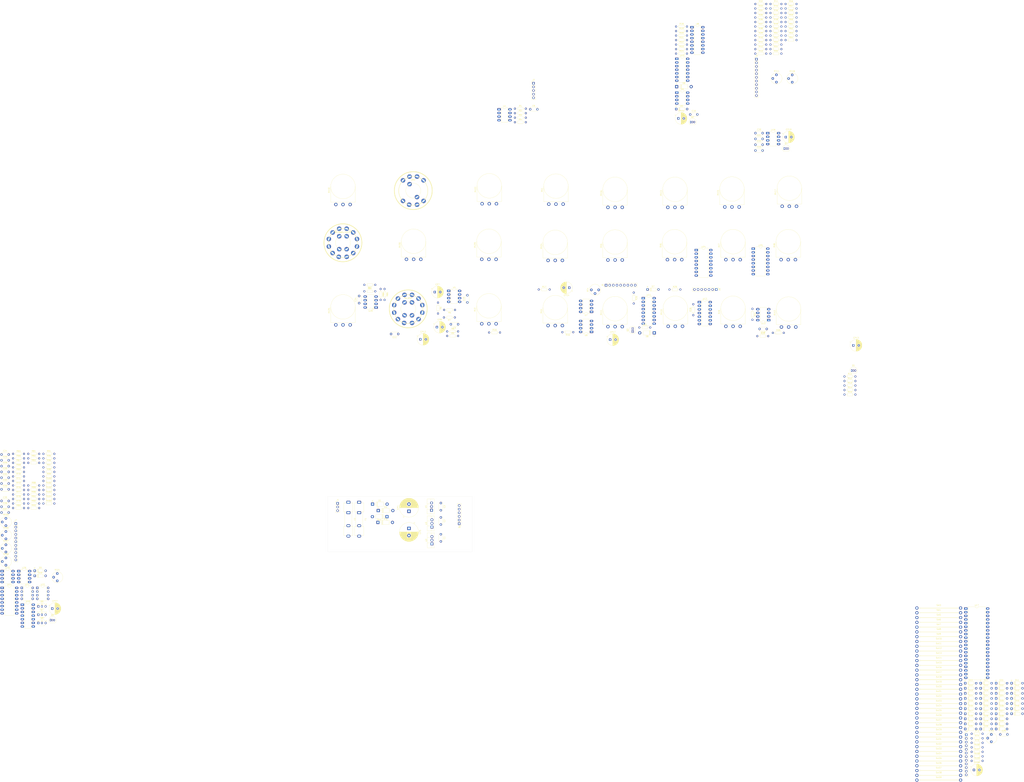
<source format=kicad_pcb>
(kicad_pcb (version 20241229) (generator "pcbnew") (generator_version "9.0")
  (layers (0 "F.Cu" signal) (2 "B.Cu" signal) (13 "F.Paste" user) (15 "B.Paste" user) (5 "F.SilkS" user "F.Silkscreen") (7 "B.SilkS" user "B.Silkscreen") (1 "F.Mask" user) (3 "B.Mask" user) (25 "Edge.Cuts" user))
  (net 0 "")
  (net 1 "GND")
  (net 2 "+12V")
  (net 3 "+5V")
  (net 4 "-12V")
  (net 5 "Net-(U4B--)")
  (net 6 "/LFO/LFO_OUT")
  (net 7 "Net-(C9-Pad1)")
  (net 8 "Net-(C10-Pad1)")
  (net 9 "/Noise/PINK")
  (net 10 "Net-(C16-Pad2)")
  (net 11 "Net-(C18-Pad2)")
  (net 12 "Net-(C20-Pad1)")
  (net 13 "Net-(C21-Pad1)")
  (net 14 "Net-(C22-Pad1)")
  (net 15 "Net-(C23-Pad1)")
  (net 16 "Net-(U14A-RCext)")
  (net 17 "Net-(U14A-Cext)")
  (net 18 "Net-(U14B-Cext)")
  (net 19 "Net-(U14B-RCext)")
  (net 20 "Net-(U14B-~{Q})")
  (net 21 "Net-(Q5-B)")
  (net 22 "Net-(U17-Vreg)")
  (net 23 "Net-(U10B-C)")
  (net 24 "Net-(U10A-S)")
  (net 25 "Net-(U10B-Q)")
  (net 26 "Net-(U10A-R)")
  (net 27 "/VCF/FROM_VCO")
  (net 28 "Net-(U16A-+)")
  (net 29 "Net-(U20--)")
  (net 30 "Net-(Q8-B)")
  (net 31 "Net-(U10A-~{Q})")
  (net 32 "Net-(Q7-C)")
  (net 33 "Net-(U21-BAL)")
  (net 34 "Net-(U21-C{slash}B)")
  (net 35 "Net-(D1-A)")
  (net 36 "+15V")
  (net 37 "Net-(CP8-Pad1)")
  (net 38 "Net-(CP12-Pad1)")
  (net 39 "Net-(CP12-Pad2)")
  (net 40 "/VCA/AUDIO_IN")
  (net 41 "Net-(CP13-Pad1)")
  (net 42 "Net-(CP14-Pad2)")
  (net 43 "/VCA/OUT")
  (net 44 "Net-(D6-A)")
  (net 45 "Net-(D8-A)")
  (net 46 "/Noise/NOISE_OUT")
  (net 47 "Net-(U24A-+)")
  (net 48 "Net-(D9-A)")
  (net 49 "Net-(U17-RESET)")
  (net 50 "/Keyboard/11V")
  (net 51 "Net-(D1-K)")
  (net 52 "Net-(D3-A)")
  (net 53 "/Keyboard/GATE")
  (net 54 "Net-(D5-K)")
  (net 55 "Net-(D7-K)")
  (net 56 "/VCO/PULSE")
  (net 57 "/Keyboard/~F12")
  (net 58 "Net-(D11-A)")
  (net 59 "/Keyboard/~F11")
  (net 60 "Net-(D12-A)")
  (net 61 "Net-(D13-A)")
  (net 62 "/Keyboard/~F10")
  (net 63 "Net-(D14-A)")
  (net 64 "/Keyboard/~F9")
  (net 65 "Net-(D15-A)")
  (net 66 "/Keyboard/~F8")
  (net 67 "/Keyboard/~F7")
  (net 68 "Net-(D16-A)")
  (net 69 "/Keyboard/~F6")
  (net 70 "Net-(D17-A)")
  (net 71 "Net-(D18-A)")
  (net 72 "/Keyboard/~F5")
  (net 73 "Net-(D19-A)")
  (net 74 "/Keyboard/~F4")
  (net 75 "Net-(D20-A)")
  (net 76 "/Keyboard/~F3")
  (net 77 "Net-(D21-A)")
  (net 78 "/Keyboard/~F2")
  (net 79 "/Keyboard/~F1")
  (net 80 "Net-(D22-A)")
  (net 81 "Net-(D23-A)")
  (net 82 "Net-(D24-A)")
  (net 83 "Net-(D25-A)")
  (net 84 "Net-(D26-A)")
  (net 85 "Net-(D27-A)")
  (net 86 "Net-(D28-A)")
  (net 87 "Net-(D29-A)")
  (net 88 "Net-(D30-A)")
  (net 89 "Net-(D31-A)")
  (net 90 "Net-(D32-A)")
  (net 91 "Net-(D33-A)")
  (net 92 "Net-(D34-A)")
  (net 93 "Net-(D35-A)")
  (net 94 "Net-(D36-A)")
  (net 95 "Net-(D37-A)")
  (net 96 "Net-(D38-A)")
  (net 97 "Net-(D39-A)")
  (net 98 "Net-(D40-A)")
  (net 99 "Net-(D41-A)")
  (net 100 "Net-(D42-A)")
  (net 101 "Net-(D43-A)")
  (net 102 "Net-(D44-A)")
  (net 103 "Net-(D45-A)")
  (net 104 "Net-(D46-A)")
  (net 105 "Net-(D47-A)")
  (net 106 "Net-(J1-Pin_1)")
  (net 107 "Net-(J1-Pin_3)")
  (net 108 "/Keyboard/2'")
  (net 109 "/Keyboard/CLOCK")
  (net 111 "/Keyboard/GLIDE")
  (net 112 "/Keyboard/4'")
  (net 113 "/Keyboard/DC")
  (net 114 "/Keyboard/8'")
  (net 115 "/Keyboard/16'")
  (net 116 "/Keyboard/TRIGGER")
  (net 117 "/VCF/GATE")
  (net 118 "/VCF/+15V")
  (net 119 "/VCF/+5V")
  (net 120 "/VCF/TRIGGER")
  (net 121 "Net-(Q1-C)")
  (net 122 "Net-(Q1-E)")
  (net 123 "Net-(Q2-B)")
  (net 124 "Net-(Q3-B)")
  (net 125 "Net-(Q4-C)")
  (net 126 "Net-(Q4-B)")
  (net 127 "Net-(Q4-E)")
  (net 128 "Net-(Q6-E)")
  (net 129 "Net-(Q7-E)")
  (net 130 "Net-(U4A-+)")
  (net 131 "Net-(R1-Pad2)")
  (net 132 "Net-(R2-Pad2)")
  (net 133 "Net-(U5-OUT_{OUT})")
  (net 134 "/Noise/WHITE")
  (net 135 "Net-(R10-Pad1)")
  (net 136 "Net-(R11-Pad1)")
  (net 137 "Net-(U6--)")
  (net 138 "Net-(U6-+)")
  (net 139 "/VCA/VCA_ENV_IN")
  (net 140 "Net-(U7--)")
  (net 141 "Net-(R16-Pad2)")
  (net 142 "Net-(R17-Pad1)")
  (net 143 "Net-(R20-Pad1)")
  (net 144 "Net-(R20-Pad2)")
  (net 145 "Net-(R21-Pad2)")
  (net 146 "Net-(R21-Pad1)")
  (net 147 "Net-(R22-Pad2)")
  (net 148 "Net-(R23-Pad2)")
  (net 149 "Net-(R23-Pad1)")
  (net 150 "Net-(U9B-+)")
  (net 151 "Net-(R25-Pad2)")
  (net 152 "Net-(R28-Pad1)")
  (net 153 "Net-(R28-Pad2)")
  (net 154 "Net-(R29-Pad2)")
  (net 155 "Net-(R29-Pad1)")
  (net 156 "Net-(R30-Pad2)")
  (net 157 "Net-(R30-Pad1)")
  (net 158 "Net-(U13B-+)")
  (net 159 "Net-(U24A--)")
  (net 160 "Net-(U24C--)")
  (net 161 "Net-(R34-Pad1)")
  (net 162 "Net-(R35-Pad1)")
  (net 163 "Net-(U24C-+)")
  (net 164 "Net-(U25A-+)")
  (net 165 "Net-(R40-Pad1)")
  (net 166 "Net-(U25C-+)")
  (net 167 "Net-(U25C--)")
  (net 168 "Net-(U25A--)")
  (net 169 "Net-(R52-Pad1)")
  (net 170 "Net-(U19A--)")
  (net 171 "Net-(R54-Pad1)")
  (net 172 "Net-(U19B-+)")
  (net 173 "Net-(R55-Pad2)")
  (net 174 "Net-(U19B--)")
  (net 175 "Net-(U19A-+)")
  (net 176 "Net-(R60-Pad2)")
  (net 177 "Net-(R61-Pad1)")
  (net 178 "Net-(R63-Pad1)")
  (net 179 "Net-(R64-Pad1)")
  (net 180 "Net-(R67-Pad1)")
  (net 181 "Net-(R68-Pad2)")
  (net 182 "Net-(R69-Pad2)")
  (net 183 "Net-(R80-Pad2)")
  (net 184 "Net-(U16B--)")
  (net 185 "Net-(U16B-+)")
  (net 186 "Net-(U20-+)")
  (net 187 "Net-(R87-Pad2)")
  (net 188 "Net-(R88-Pad1)")
  (net 189 "Net-(U10B-D)")
  (net 190 "/VCO/SQR")
  (net 191 "Net-(R92-Pad2)")
  (net 192 "Net-(R92-Pad1)")
  (net 193 "Net-(U21--)")
  (net 194 "Net-(R94-Pad1)")
  (net 195 "Net-(R95-Pad1)")
  (net 196 "Net-(R96-Pad2)")
  (net 197 "Net-(U22-+)")
  (net 198 "/VCO/SAW")
  (net 199 "Net-(R99-Pad1)")
  (net 200 "Net-(U22--)")
  (net 201 "Net-(R100-Pad1)")
  (net 202 "Net-(R100-Pad2)")
  (net 203 "Net-(U26--)")
  (net 204 "Net-(U26-+)")
  (net 205 "Net-(R103-Pad1)")
  (net 206 "Net-(R104-Pad1)")
  (net 207 "Net-(R105-Pad2)")
  (net 208 "/Keyboard/~B2")
  (net 209 "/Keyboard/~B3")
  (net 210 "/Keyboard/~B4")
  (net 211 "/Keyboard/~B5")
  (net 212 "Net-(RT20-Pad1)")
  (net 216 "Net-(RV6-Pad1)")
  (net 219 "Net-(RV10-Pad1)")
  (net 223 "/VCF/VCF_ENV_INPUT")
  (net 224 "Net-(RV24-Pad1)")
  (net 225 "/Noise/OFF")
  (net 236 "Net-(U15-Pad12)")
  (net 237 "Net-(U8-Pad3)")
  (net 238 "Net-(U15-Pad13)")
  (net 239 "Net-(U8-Pad1)")
  (net 243 "Net-(U11-Pad2)")
  (net 244 "Net-(U11-Pad10)")
  (net 245 "Net-(U11-Pad3)")
  (net 246 "Net-(U11-Pad1)")
  (net 249 "Net-(U14A-~{A})")
  (net 252 "Net-(U14A-Q)")
  (net 277 "Net-(RT14-Pad2)")
  (net 280 "/Noise/GLIDE")
  (footprint "Resistor_THT:R_Axial_DIN0204_L3.6mm_D1.6mm_P7.62mm_Horizontal" (layer "F.Cu") (at -207.065 34.12)
    (property "Reference" "R76")
    (property "Value" "4K7")
  )
  (footprint "Capacitor_THT:CP_Radial_D8.0mm_P3.80mm" (layer "F.Cu") (at 256.844698 -225.14)
    (property "Reference" "CP15")
    (property "Value" "47uF")
  )
  (footprint "Potentiometer_THT:Potentiometer_Omeg_PC16BU_Vertical" (layer "F.Cu") (at 176 -80.585 90)
    (property "Reference" "RV3")
    (property "Value" "10KA")
  )
  (footprint "PCM_Jumper_AKL:Jumper_P30.48mm_D1.2mm" (layer "F.Cu") (at 423.183 213.227)
    (property "Reference" "SW32")
    (property "Value" "SW_SPST" (hide yes))
  )
  (footprint "Diode_THT:D_DO-41_SOD81_P10.16mm_Horizontal" (layer "F.Cu") (at 43.59 44)
    (property "Reference" "D1")
    (property "Value" "1N4003")
  )
  (footprint "Connector_PinHeader_2.54mm:PinHeader_1x07_P2.54mm_Vertical" (layer "F.Cu") (at 283.29 -105.75 -90)
    (property "Reference" "J9")
    (property "Value" "Conn_01x07_Pin")
  )
  (footprint "Potentiometer_THT:Potentiometer_Omeg_PC16BU_Vertical" (layer "F.Cu") (at 217.75 -163.085 90)
    (property "Reference" "RV16")
    (property "Value" "100kB")
  )
  (footprint "Resistor_THT:R_Axial_DIN0204_L3.6mm_D1.6mm_P7.62mm_Horizontal" (layer "F.Cu") (at 310.5 -298.7)
    (property "Reference" "R34")
    (property "Value" "10K")
  )
  (footprint "Resistor_THT:R_Axial_DIN0204_L3.6mm_D1.6mm_P7.62mm_Horizontal" (layer "F.Cu") (at 142.88 -222.5)
    (property "Reference" "R4")
    (property "Value" "15K")
  )
  (footprint "Capacitor_THT:C_Disc_D5.0mm_W2.5mm_P5.00mm" (layer "F.Cu") (at 318.5 -78.25 180)
    (property "Reference" "C18")
    (property "Value" "2.2uF")
  )
  (footprint "Resistor_THT:R_Axial_DIN0204_L3.6mm_D1.6mm_P7.62mm_Horizontal" (layer "F.Cu") (at 321.07 -295.55)
    (property "Reference" "R47")
    (property "Value" "100K")
  )
  (footprint "Resistor_THT:R_Axial_DIN0204_L3.6mm_D1.6mm_P7.62mm_Horizontal" (layer "F.Cu") (at 159.5 -105.75)
    (property "Reference" "R17")
    (property "Value" "10K")
  )
  (footprint "Resistor_THT:R_Axial_DIN0204_L3.6mm_D1.6mm_P7.62mm_Horizontal" (layer "F.Cu") (at -207.065 8.92)
    (property "Reference" "R65")
    (property "Value" "560R")
  )
  (footprint "Resistor_THT:R_Axial_DIN0204_L3.6mm_D1.6mm_P7.62mm_Horizontal" (layer "F.Cu") (at 331.64 -292.4)
    (property "Reference" "R60")
    (property "Value" "150K")
  )
  (footprint "Resistor_THT:R_Axial_DIN0204_L3.6mm_D1.6mm_P7.62mm_Horizontal" (layer "F.Cu") (at -207.065 15.22)
    (property "Reference" "R67")
    (property "Value" "47K")
  )
  (footprint "Resistor_THT:R_Axial_DIN0204_L3.6mm_D1.6mm_P7.62mm_Horizontal" (layer "F.Cu") (at 331.64 -295.55)
    (property "Reference" "R59")
    (property "Value" "1k")
  )
  (footprint "Connector_PinHeader_2.54mm:PinHeader_1x03_P2.54mm_Vertical" (layer "F.Cu") (at 19.25 43.46)
    (property "Reference" "J1")
    (property "Value" "Conn_01x03_Pin")
  )
  (footprint "PCM_Jumper_AKL:Jumper_P30.48mm_D1.2mm" (layer "F.Cu") (at 423.183 139.835)
    (property "Reference" "SW10")
    (property "Value" "SW_SPST" (hide yes))
  )
  (footprint "Package_DIP:DIP-14_W7.62mm_LongPads" (layer "F.Cu") (at 255.75 -266.72)
    (property "Reference" "U15")
    (property "Value" "4066")
  )
  (footprint "Potentiometer_THT:Potentiometer_Omeg_PC16BU_Vertical" (layer "F.Cu") (at 338.5 -126.585 90)
    (property "Reference" "RV8")
    (property "Value" "2M2B")
  )
  (footprint "PCM_Jumper_AKL:Jumper_P30.48mm_D1.2mm" (layer "F.Cu") (at 423.183 169.859)
    (property "Reference" "SW19")
    (property "Value" "SW_SPST" (hide yes))
  )
  (footprint "Resistor_THT:R_Axial_DIN0204_L3.6mm_D1.6mm_P7.62mm_Horizontal" (layer "F.Cu") (at -207.065 27.82)
    (property "Reference" "R71")
    (property "Value" "4K7")
  )
  (footprint "Potentiometer_THT:Potentiometer_Omeg_PC16BU_Vertical" (layer "F.Cu") (at 299.25 -163.335 90)
    (property "Reference" "RV15")
    (property "Value" "100kA")
  )
  (footprint "Resistor_THT:R_Axial_DIN0204_L3.6mm_D1.6mm_P7.62mm_Horizontal" (layer "F.Cu") (at 310.5 -286.1)
    (property "Reference" "R38")
    (property "Value" "100k")
  )
  (footprint "Resistor_THT:R_Axial_DIN0204_L3.6mm_D1.6mm_P7.62mm_Horizontal" (layer "F.Cu") (at 225.75 -103.62 -90)
    (property "Reference" "R26")
    (property "Value" "4K7")
  )
  (footprint "PCM_Jumper_AKL:Jumper_P30.48mm_D1.2mm" (layer "F.Cu") (at 423.183 116.483)
    (property "Reference" "SW3")
    (property "Value" "SW_SPST" (hide yes))
  )
  (footprint "Resistor_THT:R_Axial_DIN0204_L3.6mm_D1.6mm_P7.62mm_Horizontal" (layer "F.Cu") (at 255.25 -279.8)
    (property "Reference" "R21")
    (property "Value" "1K")
  )
  (footprint "Resistor_THT:R_Axial_DIN0204_L3.6mm_D1.6mm_P7.62mm_Horizontal" (layer "F.Cu") (at 321.07 -305)
    (property "Reference" "R44")
    (property "Value" "100K")
  )
  (footprint "Capacitor_THT:C_Disc_D5.0mm_W2.5mm_P5.00mm" (layer "F.Cu") (at 310.6 -206.79)
    (property "Reference" "C22")
    (property "Value" "220pF")
  )
  (footprint "PCM_Jumper_AKL:Jumper_P30.48mm_D1.2mm" (layer "F.Cu") (at 423.183 179.867)
    (property "Reference" "SW22")
    (property "Value" "SW_SPST" (hide yes))
  )
  (footprint "Resistor_THT:R_Axial_DIN0204_L3.6mm_D1.6mm_P7.62mm_Horizontal" (layer "F.Cu") (at 310.5 -276.65)
    (property "Reference" "R41")
    (property "Value" "100k")
  )
  (footprint "Capacitor_THT:C_Disc_D5.0mm_W2.5mm_P5.00mm" (layer "F.Cu") (at -215.115 45.82)
    (property "Reference" "C36")
    (property "Value" "0.1uF")
  )
  (footprint "Resistor_THT:R_Axial_DIN0204_L3.6mm_D1.6mm_P7.62mm_Horizontal" (layer "F.Cu") (at 95.63 -76.5)
    (property "Reference" "R8")
    (property "Value" "330R")
  )
  (footprint "Fuse:Fuseholder_Clip-5x20mm_Keystone_3512_Inline_P23.62x7.27mm_D1.02x1.57mm_Horizontal" (layer "F.Cu") (at 26.75 42.69 -90)
    (property "Reference" "F2")
    (property "Value" "Fuse")
  )
  (footprint "Capacitor_THT:C_Disc_D5.0mm_W2.5mm_P5.00mm" (layer "F.Cu") (at 310.6 -210.84)
    (property "Reference" "C21")
    (property "Value" "220pF")
  )
  (footprint "Capacitor_THT:C_Disc_D5.0mm_W2.5mm_P5.00mm" (layer "F.Cu") (at 153.55 -231.5)
    (property "Reference" "C6")
    (property "Value" "C")
  )
  (footprint "Capacitor_THT:CP_Radial_D8.0mm_P3.80mm" (layer "F.Cu") (at -179.780302 116.89)
    (property "Reference" "CP27")
    (property "Value" "22uF")
  )
  (footprint "PCM_Jumper_AKL:Jumper_P30.48mm_D1.2mm" (layer "F.Cu") (at 423.183 199.883)
    (property "Reference" "SW28")
    (property "Value" "SW_SPST" (hide yes))
  )
  (footprint "Capacitor_THT:C_Disc_D5.0mm_W2.5mm_P5.00mm" (layer "F.Cu") (at -215.115 13.42)
    (property "Reference" "C25")
    (property "Value" "22pF")
  )
  (footprint "Diode_THT:D_DO-35_SOD27_P7.62mm_Horizontal" (layer "F.Cu") (at 489.21 176.05)
    (property "Reference" "D43")
    (property "Value" "1N4148")
  )
  (footprint "Resistor_THT:R_Axial_DIN0204_L3.6mm_D1.6mm_P7.62mm_Horizontal" (layer "F.Cu") (at -196.495 30.97)
    (property "Reference" "R88")
    (property "Value" "680R")
  )
  (footprint "Resistor_THT:R_Axial_DIN0204_L3.6mm_D1.6mm_P7.62mm_Horizontal" (layer "F.Cu") (at 183.56 -76 180)
    (property "Reference" "R16")
    (property "Value" "10K")
  )
  (footprint "Resistor_THT:R_Axial_DIN0204_L3.6mm_D1.6mm_P7.62mm_Horizontal" (layer "F.Cu") (at 250.63 -105.75)
    (property "Reference" "R29")
    (property "Value" "1K")
  )
  (footprint "Capacitor_THT:CP_Radial_D8.0mm_P3.80mm" (layer "F.Cu") (at 462.984698 229.5)
    (property "Reference" "CP28")
    (property "Value" "4.7uF")
  )
  (footprint "Resistor_THT:R_Axial_DIN0204_L3.6mm_D1.6mm_P7.62mm_Horizontal" (layer "F.Cu") (at -196.495 15.22)
    (property "Reference" "R83")
    (property "Value" "1M")
  )
  (footprint "Resistor_THT:R_Axial_DIN0204_L3.6mm_D1.6mm_P7.62mm_Horizontal" (layer "F.Cu") (at 52 -106.12 -90)
    (property "Reference" "R85")
    (property "Value" "100K")
  )
  (footprint "Resistor_THT:R_Axial_DIN0204_L3.6mm_D1.6mm_P7.62mm_Horizontal" (layer "F.Cu") (at 267.25 -87.88 90)
    (property "Reference" "R28")
    (property "Value" "1K")
  )
  (footprint "Resistor_THT:R_Axial_DIN0204_L3.6mm_D1.6mm_P7.62mm_Horizontal" (layer "F.Cu") (at -207.065 21.52)
    (property "Reference" "R69")
    (property "Value" "100K")
  )
  (footprint "Resistor_THT:R_Axial_DIN0204_L3.6mm_D1.6mm_P7.62mm_Horizontal" (layer "F.Cu") (at -185.925 21.52)
    (property "Reference" "R98")
    (property "Value" "22K")
  )
  (footprint "Resistor_THT:R_Axial_DIN0204_L3.6mm_D1.6mm_P7.62mm_Horizontal" (layer "F.Cu") (at 461.39 207.4)
    (property "Reference" "R74")
    (property "Value" "100R")
  )
  (footprint "PCM_Jumper_AKL:Jumper_P30.48mm_D1.2mm" (layer "F.Cu") (at 423.183 149.843)
    (property "Reference" "SW13")
    (property "Value" "SW_SPST" (hide yes))
  )
  (footprint "Resistor_THT:R_Axial_DIN0204_L3.6mm_D1.6mm_P7.62mm_Horizontal" (layer "F.Cu") (at 310.5 -292.4)
    (property "Reference" "R36")
    (property "Value" "220R")
  )
  (footprint "Resistor_THT:R_Axial_DIN0204_L3.6mm_D1.6mm_P7.62mm_Horizontal" (layer "F.Cu") (at 310.5 -270.35)
    (property "Reference" "R43")
    (property "Value" "220R")
  )
  (footprint "Package_DIP:DIP-16_W10.16mm_LongPads" (layer "F.Cu") (at -214.705 102.45)
    (property "Reference" "U14")
    (property "Value" "74LS221")
  )
  (footprint "Resistor_THT:R_Axial_DIN0204_L3.6mm_D1.6mm_P7.62mm_Horizontal" (layer "F.Cu") (at 229.63 -79.25)
    (property "Reference" "R27")
    (property "Value" "10K")
  )
  (footprint "Resistor_THT:R_Axial_DIN0204_L3.6mm_D1.6mm_P7.62mm_Horizontal" (layer "F.Cu") (at 461.39 216.85)
    (property "Reference" "R107")
    (property "Value" "5K6")
  )
  (footprint "Resistor_THT:R_Axial_DIN0204_L3.6mm_D1.6mm_P7.62mm_Horizontal" (layer "F.Cu") (at -207.065 46.72)
    (property "Reference" "R80")
    (property "Value" "47K")
  )
  (footprint "Resistor_THT:R_Axial_DIN0204_L3.6mm_D1.6mm_P7.62mm_Horizontal" (layer "F.Cu") (at 95.63 -73.35)
    (property "Reference" "R9")
    (property "Value" "1K")
  )
  (footprint "Potentiometer_THT:Potentiometer_Omeg_PC16BU_Vertical" (layer "F.Cu") (at 259.5 -163.085 90)
    (property "Reference" "RV13")
    (property "Value" "10kA")
  )
  (footprint "Package_TO_SOT_THT:TO-92_Inline" (layer "F.Cu") (at 330.73 -204.11)
    (property "Reference" "Q4")
    (property "Value" "BC307")
  )
  (footprint "Resistor_THT:R_Axial_DIN0204_L3.6mm_D1.6mm_P7.62mm_Horizontal" (layer "F.Cu") (at 331.64 -289.25)
    (property "Reference" "R61")
    (property "Value" "220K")
  )
  (footprint "Resistor_THT:R_Axial_DIN0204_L3.6mm_D1.6mm_P7.62mm_Horizontal" (layer "F.Cu") (at 331.64 -305)
    (property "Reference" "R56")
    (property "Value" "22k")
  )
  (footprint "Resistor_THT:R_Axial_DIN0204_L3.6mm_D1.6mm_P7.62mm_Horizontal" (layer "F.Cu") (at -196.495 37.27)
    (property "Reference" "R90")
    (property "Value" "10K")
  )
  (footprint "Resistor_THT:R_Axial_DIN0204_L3.6mm_D1.6mm_P7.62mm_Horizontal" (layer "F.Cu") (at -196.495 43.57)
    (property "Reference" "R92")
    (property "Value" "1K2")
  )
  (footprint "Diode_THT:D_DO-35_SOD27_P7.62mm_Horizontal" (layer "F.Cu") (at 456.9 168.95)
    (property "Reference" "D11")
    (property "Value" "1N4148")
  )
  (footprint "Capacitor_THT:CP_Radial_D8.0mm_P3.80mm" (layer "F.Cu") (at 88.5 -79.5)
    (property "Reference" "CP8")
    (property "Value" "1uF")
  )
  (footprint "Resistor_THT:R_Axial_DIN0204_L3.6mm_D1.6mm_P7.62mm_Horizontal" (layer "F.Cu") (at 321.07 -270.35)
    (property "Reference" "R55")
    (property "Value" "100k")
  )
  (footprint "Resistor_THT:R_Axial_DIN0204_L3.6mm_D1.6mm_P7.62mm_Horizontal" (layer "F.Cu") (at -196.495 8.92)
    (property "Reference" "R81")
    (property "Value" "100K")
  )
  (footprint "Resistor_THT:R_Axial_DIN0204_L3.6mm_D1.6mm_P7.62mm_Horizontal" (layer "F.Cu") (at -207.065 30.97)
    (property "Reference" "R72")
    (property "Value" "5K6")
  )
  (footprint "PCM_Jumper_AKL:Jumper_P30.48mm_D1.2mm" (layer "F.Cu") (at 423.183 156.515)
    (property "Reference" "SW15")
    (property "Value" "SW_SPST" (hide yes))
  )
  (footprint "Potentiometer_THT:Potentiometer_Omeg_PC16BU_Vertical" (layer "F.Cu") (at 259.25 -126.585 90)
    (property "Reference" "RV6")
    (property "Value" "2M2B")
  )
  (footprint "Resistor_THT:R_Axial_DIN0204_L3.6mm_D1.6mm_P7.62mm_Horizontal" (layer "F.Cu") (at 372.68 -38.76)
    (property "Reference" "R13")
    (property "Value" "1K")
  )
  (footprint "Diode_THT:D_DO-35_SOD27_P7.62mm_Horizontal" (layer "F.Cu") (at 478.44 183.15)
    (property "Reference" "D35")
    (property "Value" "1N4148")
  )
  (footprint "Potentiometer_THT:Potentiometer_Bourns_3339P_Vertical_HandSoldering" (layer "F.Cu") (at -212.065 68.22)
    (property "Reference" "RT26")
    (property "Value" "4K7")
  )
  (footprint "Resistor_THT:R_Axial_DIN0204_L3.6mm_D1.6mm_P7.62mm_Horizontal" (layer "F.Cu") (at 37.88 -104.5)
    (property "Reference" "R84")
    (property "Value" "10K")
  )
  (footprint "Connector_PinHeader_2.54mm:PinHeader_1x09_P2.54mm_Vertical" (layer "F.Cu") (at 206.43 -108.75 90)
    (property "Reference" "J5")
    (property "Value" "Conn_01x09_Pin")
  )
  (footprint "Capacitor_THT:CP_Radial_D13.0mm_P5.00mm" (layer "F.Cu") (at 69 60.934785 -90)
    (property "Reference" "CP5")
    (property "Value" "1000uF / 25V")
  )
  (footprint "Capacitor_THT:C_Disc_D5.0mm_W2.5mm_P5.00mm" (layer "F.Cu") (at -215.115 21.52)
    (property "Reference" "C30")
    (property "Value" "100pF")
  )
  (footprint "Diode_THT:D_DO-35_SOD27_P7.62mm_Horizontal" (layer "F.Cu") (at 467.67 190.25)
    (property "Reference" "D27")
    (property "Value" "1N4148")
  )
  (footprint "Resistor_THT:R_Axial_DIN0204_L3.6mm_D1.6mm_P7.62mm_Horizontal" (layer "F.Cu") (at 255.25 -286.1)
    (property "Reference" "R19")
    (property "Value" "10K")
  )
  (footprint "Resistor_THT:R_Axial_DIN0204_L3.6mm_D1.6mm_P7.62mm_Horizontal" (layer "F.Cu") (at 255.25 -273.5)
    (property "Reference" "R23")
    (property "Value" "1K")
  )
  (footprint "Capacitor_THT:C_Disc_D5.0mm_W2.5mm_P5.00mm" (layer "F.Cu") (at -215.115 25.57)
    (property "Reference" "C31")
    (property "Value" "220pF")
  )
  (footprint "Resistor_THT:R_Axial_DIN0204_L3.6mm_D1.6mm_P7.62mm_Horizontal" (layer "F.Cu") (at 45.5 -109 180)
    (property "Reference" "R87")
    (property "Value" "4K7")
  )
  (footprint "Resistor_THT:R_Axial_DIN0204_L3.6mm_D1.6mm_P7.62mm_Horizontal" (layer "F.Cu") (at 321.07 -292.4)
    (property "Reference" "R48")
    (property "Value" "220R")
  )
  (footprint "Resistor_THT:R_Axial_DIN0204_L3.6mm_D1.6mm_P7.62mm_Horizontal" (layer "F.Cu") (at 255.25 -270.35)
    (property "Reference" "R24")
    (property "Value" "10K")
  )
  (footprint "Capacitor_THT:C_Disc_D5.0mm_W2.5mm_P5.00mm" (layer "F.Cu") (at 265.09 -227.89)
    (property "Reference" "C16")
    (property "Value" "2.2uF")
  )
  (footprint "Diode_THT:D_DO-35_SOD27_P7.62mm_Horizontal" (layer "F.Cu") (at 456.9 172.5)
    (property "Reference" "D12")
    (property "Value" "1N4148")
  )
  (footprint "Potentiometer_THT:Potentiometer_Omeg_PC16BU_Vertical" (layer "F.Cu") (at 259.75 -80.085 90)
    (property "Reference" "RV10")
    (property "Value" "2M2B")
  )
  (footprint "Diode_THT:D_DO-35_SOD27_P7.62mm_Horizontal" (layer "F.Cu") (at 489.21 190.25)
    (property "Reference" "D47")
    (property "Value" "1N4148")
  )
  (footprint "Button_Switch_THT:SR2511F-0204-(L)K0A-C9-S-3" (layer "F.Cu") (at 72 -174.75)
    (property "Reference" "SW40")
    (property "Value" "2P4T")
  )
  (footprint "Resistor_THT:R_Axial_DIN0204_L3.6mm_D1.6mm_P7.62mm_Horizontal" (layer "F.Cu") (at 310.5 -295.55)
    (property "Reference" "R35")
    (property "Value" "10k")
  )
  (footprint "Package_DIP:DIP-40_W15.24mm_LongPads" (layer "F.Cu") (at 457.31 116.87)
    (property "Reference" "U17")
    (property "Value" "M110")
  )
  (footprint "Diode_THT:D_DO-35_SOD27_P7.62mm_Horizontal" (layer "F.Cu") (at 478.44 186.7)
    (property "Reference" "D36")
    (property "Value" "1N4148")
  )
  (footprint "Package_DIP:DIP-16_W7.62mm_LongPads" (layer "F.Cu") (at 232.38 -99.7)
    (property "Reference" "U11")
    (property "Value" "4001")
  )
  (footprint "Resistor_THT:R_Axial_DIN0204_L3.6mm_D1.6mm_P7.62mm_Horizontal" (layer "F.Cu") (at 321.07 -276.65)
    (property "Reference" "R53")
    (property "Value" "100k")
  )
  (footprint "PCM_Package_TO_SOT_THT_AKL:TO-92_Inline_Wide_CBE" (layer "F.Cu") (at -189.465 115.37)
    (property "Reference" "Q6")
    (property "Value" "BC309" (hide yes))
  )
  (footprint "Package_DIP:DIP-8_W7.62mm_LongPads" (layer "F.Cu") (at 255.75 -243.13)
    (property "Reference" "U9")
    (property "Value" "Opamp_Dual")
  )
  (footprint "Potentiometer_THT:Potentiometer_Omeg_PC16BU_Vertical" (layer "F.Cu") (at 129.75 -126.835 90)
    (property "Reference" "RV29")
    (property "Value" "100KA")
  )
  (footprint "Resistor_THT:R_Axial_DIN0204_L3.6mm_D1.6mm_P7.62mm_Horizontal" (layer "F.Cu") (at 321.07 -289.25)
    (property "Reference" "R49")
    (property "Value" "10K")
  )
  (footprint "Diode_THT:D_DO-35_SOD27_P7.62mm_Horizontal" (layer "F.Cu") (at 478.44 197.35)
    (property "Reference" "D39")
    (property "Value" "1N4148")
  )
  (footprint "Resistor_THT:R_Axial_DIN0204_L3.6mm_D1.6mm_P7.62mm_Horizontal" (layer "F.Cu") (at 372.68 -32.46)
    (property "Reference" "R15")
    (property "Value" "22K")
  )
  (footprint "Diode_THT:D_DO-35_SOD27_P7.62mm_Horizontal" (layer "F.Cu") (at 456.9 197.35)
    (property "Reference" "D19")
    (property "Value" "1N4148")
  )
  (footprint "Potentiometer_THT:Potentiometer_Bourns_3339P_Vertical_HandSoldering" (layer "F.Cu") (at -212.065 86.62)
    (property "Reference" "RT28")
    (property "Value" "100K")
  )
  (footprint "Connector_PinHeader_2.54mm:PinHeader_1x05_P2.54mm_Vertical" (layer "F.Cu") (at 155.85 -249.68)
    (property "Reference" "J2")
    (property "Value" "Conn_01x04_Pin")
  )
  (footprint "PCM_Jumper_AKL:Jumper_P30.48mm_D1.2mm" (layer "F.Cu") (at 423.183 216.563)
    (property "Reference" "SW33")
    (property "Value" "SW_SPST" (hide yes))
  )
  (footprint "Diode_THT:D_DO-35_SOD27_P7.62mm_Horizontal" (layer "F.Cu") (at 478.44 176.05)
    (property "Reference" "D33")
    (property "Value" "1N4148")
  )
  (footprint "Diode_THT:D_DO-41_SOD81_P10.16mm_Horizontal" (layer "F.Cu") (at 47.34 56.75)
    (property "Reference" "D4")
    (property "Value" "1N4003")
  )
  (footprint "Capacitor_THT:C_Disc_D5.0mm_W2.5mm_P5.00mm" (layer "F.Cu") (at 481.31 204.7)
    (property "Reference" "C29")
    (property "Value" "0.1uF")
  )
  (footprint "Capacitor_THT:C_Disc_D5.0mm_W2.5mm_P5.00mm" (layer "F.Cu") (at 61.5 -74.75 180)
    (property "Reference" "C11")
    (property "Value" ".033")
  )
  (footprint "Diode_THT:D_DO-35_SOD27_P7.62mm_Horizontal" (layer "F.Cu") (at 456.9 193.8)
    (property "Reference" "D18")
    (property "Value" "1N4148")
  )
  (footprint "Package_DIP:DIP-8_W7.62mm_LongPads" (layer "F.Cu") (at 196.31 -76.19 180)
    (property "Reference" "U6")
    (property "Value" "CA3080")
  )
  (footprint "Potentiometer_THT:Potentiometer_Omeg_PC16BU_Vertical" (layer "F.Cu") (at 339.25 -163.835 90)
    (property "Reference" "RV17")
    (property "Value" "100kA")
  )
  (footprint "Diode_THT:D_DO-35_SOD27_P7.62mm_Horizontal" (layer "F.Cu") (at 456.9 186.7)
    (property "Reference" "D16")
    (property "Value" "1N4148")
  )
  (footprint "Resistor_THT:R_Axial_DIN0204_L3.6mm_D1.6mm_P7.62mm_Horizontal" (layer "F.Cu") (at 49.25 -106.12 -90)
    (property "Reference" "R86")
    (property "Value" "100K")
  )
  (footprint "Package_TO_SOT_THT:TO-220F-3_Vertical" (layer "F.Cu") (at 84.75 48.25 90)
    (property "Reference" "U1")
    (property "Value" "L7912")
  )
  (footprint "PCM_Jumper_AKL:Jumper_P30.48mm_D1.2mm" (layer "F.Cu") (at 423.183 143.171)
    (property "Reference" "SW11")
    (property "Value" "SW_SPST" (hide yes))
  )
  (footprint "Resistor_THT:R_Axial_DIN0204_L3.6mm_D1.6mm_P7.62mm_Horizontal" (layer "F.Cu") (at 331.64 -279.8)
    (property "Reference" "R64")
    (property "Value" "100K")
  )
  (footprint "Capacitor_THT:C_Disc_D5.0mm_W2.5mm_P5.00mm" (layer "F.Cu") (at 103.25 -81.5 180)
    (property "Reference" "C9")
    (property "Value" ".1")
  )
  (footprint "Resistor_THT:R_Axial_DIN0204_L3.6mm_D1.6mm_P7.62mm_Horizontal" (layer "F.Cu") (at 310.5 -273.5)
    (property "Reference" "R42")
    (property "Value" "220R")
  )
  (footprint "Capacitor_THT:C_Disc_D5.0mm_W2.5mm_P5.00mm" (layer "F.Cu") (at 34.25 -96.25 90)
    (property "Reference" "C34")
    (property "Value" "560pF")
  )
  (footprint "Package_DIP:DIP-8_W7.62mm_LongPads" (layer "F.Cu") (at -214.715 90.74)
    (property "Reference" "U16")
    (property "Value" "LF353")
  )
  (footprint "Resistor_THT:R_Axial_DIN0204_L3.6mm_D1.6mm_P7.62mm_Horizontal" (layer "F.Cu") (at 142.88 -228.8)
    (property "Reference" "R2")
    (property "Value" "150K")
  )
  (footprint "Capacitor_THT:C_Disc_D5.0mm_W2.5mm_P5.00mm" (layer "F.Cu") (at 310.6 -214.89)
    (property "Reference" "C20")
    (property "Value" "220pF")
  )
  (footprint "Package_TO_SOT_THT:TO-92_Inline" (layer "F.Cu") (at 265.5 -222.61)
    (property "Reference" "Q2")
    (property "Value" "BC237")
  )
  (footprint "Potentiometer_THT:Potentiometer_Omeg_PC16BU_Vertical" (layer "F.Cu") (at 217.75 -79.835 90)
    (property "Reference" "RV11")
    (property "Value" "2M2B")
  )
  (footprint "Diode_THT:D_DO-35_SOD27_P7.62mm_Horizontal" (layer "F.Cu") (at 478.44 168.95)
    (property "Reference" "D31")
    (property "Value" "1N4148")
  )
  (footprint "Package_DIP:DIP-14_W7.62mm_LongPads" (layer "F.Cu") (at -200.595 114.17)
    (property "Reference" "U10")
    (property "Value" "4013")
  )
  (footprint "PCM_Jumper_AKL:Jumper_P30.48mm_D1.2mm" (layer "F.Cu") (at 423.183 203.219)
    (property "Reference" "SW29")
    (property "Value" "SW_SPST" (hide yes))
  )
  (footprint "Resistor_THT:R_Axial_DIN0204_L3.6mm_D1.6mm_P7.62mm_Horizontal" (layer "F.Cu") (at 255.25 -276.65)
    (property "Reference" "R22")
    (property "Value" "100K")
  )
  (footprint "Capacitor_THT:CP_Radial_D8.0mm_P3.80mm" (layer "F.Cu") (at 331.814698 -212.14)
    (property "Reference" "CP19")
    (property "Value" "1uF")
  )
  (footprint "Capacitor_THT:CP_Radial_D8.0mm_P3.80mm" (layer "F.Cu") (at 209.25 -70.75)
    (property "Reference" "CP17")
    (property "Value" "47uF")
  )
  (footprint "Potentiometer_THT:Potentiometer_Omeg_PC16BU_Vertical" (layer "F.Cu") (at 130 -165.585 90)
    (property "Reference" "RV22")
    (property "Value" "100KA")
  )
  (footprint "Diode_THT:D_DO-35_SOD27_P7.62mm_Horizontal" (layer "F.Cu") (at 467.67 179.6)
    (property "Reference" "D24")
    (property "Value" "1N4148")
  )
  (footprint "Package_DIP:DIP-8_W7.62mm" (layer "F.Cu") (at -200.985 102.45)
    (property "Reference" "U21")
    (property "Value" "LM301")
  )
  (footprint "Resistor_THT:R_Axial_DIN0204_L3.6mm_D1.6mm_P7.62mm_Horizontal" (layer "F.Cu") (at 372.68 -45.06)
    (property "Reference" "R11")
    (property "Value" "100K")
  )
  (footprint "Potentiometer_THT:Potentiometer_Omeg_PC16BU_Vertical" (layer "F.Cu") (at 300 -80.085 90)
    (property "Reference" "RV9")
    (property "Value" "4K7A")
  )
  (footprint "Capacitor_THT:CP_Radial_D13.0mm_P5.00mm" (layer "F.Cu") (at 69 49 90)
    (property "Reference" "CP4")
    (property "Value" "1000uF / 25V")
  )
  (footprint "PCM_Jumper_AKL:Jumper_P30.48mm_D1.2mm" (layer "F.Cu") (at 423.183 159.851)
    (property "Reference" "SW16")
    (property "Value" "SW_SPST" (hide yes))
  )
  (footprint "PCM_Jumper_AKL:Jumper_P30.48mm_D1.2mm" (layer "F.Cu") (at 423.183 146.507)
    (property "Reference" "SW12")
    (property "Value" "SW_SPST" (hide yes))
  )
  (footprint "Resistor_THT:R_Axial_DIN0204_L3.6mm_D1.6mm_P7.62mm_Horizontal" (layer "F.Cu") (at -207.065 24.67)
    (property "Reference" "R70")
    (property "Value" "10K")
  )
  (footprint "Diode_THT:D_DO-35_SOD27_P7.62mm_Horizontal" (layer "F.Cu") (at 456.9 190.25)
    (property "Reference" "D17")
    (property "Value" "1N4148")
  )
  (footprint "Potentiometer_THT:Potentiometer_Omeg_PC16BU_Vertical" (layer "F.Cu") (at 176 -126.085 90)
    (property "Reference" "RV24")
    (property "Value" "100KB")
  )
  (footprint "Diode_THT:D_DO-41_SOD81_P10.16mm_Horizontal" (layer "F.Cu") (at 255.65 -247.3)
    (property "Reference" "D6")
    (property "Value" "1N4003")
  )
  (footprint "Resistor_THT:R_Axial_DIN0204_L3.6mm_D1.6mm_P7.62mm_Horizontal" (layer "F.Cu") (at 142.88 -225.65)
    (property "Reference" "R3")
    (property "Value" "22K")
  )
  (footprint "Resistor_THT:R_Axial_DIN0204_L3.6mm_D1.6mm_P7.62mm_Horizontal" (layer "F.Cu") (at 461.39 210.55)
    (property "Reference" "R75")
    (property "Value" "3K3")
  )
  (footprint "Resistor_THT:R_Axial_DIN0204_L3.6mm_D1.6mm_P7.62mm_Horizontal" (layer "F.Cu") (at -185.925 24.67)
    (property "Reference" "R99")
    (property "Value" "22K")
  )
  (footprint "Resistor_THT:R_Axial_DIN0204_L3.6mm_D1.6mm_P7.62mm_Horizontal" (layer "F.Cu") (at -185.925 34.12)
    (property "Reference" "R102")
    (property "Value" "10K")
  )
  (footprint "Package_TO_SOT_THT:TO-92_Inline" (layer "F.Cu") (at 377.78 -49.19)
    (property "Reference" "Q1")
    (property "Value" "BC309C")
  )
  (footprint "Diode_THT:D_DO-35_SOD27_P7.62mm_Horizontal" (layer "F.Cu") (at 489.21 186.7)
    (property "Reference" "D46")
    (property "Value" "1N4148")
  )
  (footprint "Diode_THT:D_DO-35_SOD27_P7.62mm_Horizontal" (layer "F.Cu") (at 478.44 200.9)
    (property "Reference" "D40")
    (property "Value" "1N4148")
  )
  (footprint "Resistor_THT:R_Axial_DIN0204_L3.6mm_D1.6mm_P7.62mm_Horizontal" (layer "F.Cu") (at -207.065 43.57)
    (property "Reference" "R79")
    (property "Value" "22K")
  )
  (footprint "Resistor_THT:R_Axial_DIN0204_L3.6mm_D1.6mm_P7.62mm_Horizontal" (layer "F.Cu") (at 322.75 -75.5)
    (property "Reference" "R30")
    (property "Value" "1K")
  )
  (footprint "Resistor_THT:R_Axial_DIN0204_L3.6mm_D1.6mm_P7.62mm_Horizontal" (layer "F.Cu") (at 461.39 223.15)
    (property "Reference" "R109")
    (property "Value" "5K6")
  )
  (footprint "Resistor_THT:R_Axial_DIN0204_L3.6mm_D1.6mm_P7.62mm_Horizontal" (layer "F.Cu") (at -185.925 43.57)
    (property "Reference" "R105")
    (property "Value" "100K")
  )
  (footprint "Diode_THT:D_DO-35_SOD27_P7.62mm_Horizontal" (layer "F.Cu") (at 456.9 200.9)
    (property "Reference" "D20")
    (property "Value" "1N4148")
  )
  (footprint "Resistor_THT:R_Axial_DIN0204_L3.6mm_D1.6mm_P7.62mm_Horizontal" (layer "F.Cu") (at 321.07 -282.95)
    (property "Reference" "R51")
    (property "Value" "9k6")
  )
  (footprint "Resistor_THT:R_Axial_DIN0204_L3.6mm_D1.6mm_P7.62mm_Horizontal" (layer "F.Cu") (at 310.5 -289.25)
    (property "Reference" "R37")
    (property "Value" "100K")
  )
  (footprint "Resistor_THT:R_Axial_DIN0204_L3.6mm_D1.6mm_P7.62mm_Horizontal" (layer "F.Cu") (at -185.925 40.42)
    (property "Reference" "R104")
    (property "Value" "10K")
  )
  (footprint "Resistor_THT:R_Axial_DIN0204_L3.6mm_D1.6mm_P7.62mm_Horizontal" (layer "F.Cu") (at -207.065 12.07)
    (property "Reference" "R66")
    (property "Value" "22K")
  )
  (footprint "Capacitor_THT:CP_Radial_D8.0mm_P3.80mm" (layer "F.Cu") (at 87 -104)
    (property "Reference" "CP7")
    (property "Value" "47uF")
  )
  (footprint "Resistor_THT:R_Axial_DIN0204_L3.6mm_D1.6mm_P7.62mm_Horizontal" (layer "F.Cu") (at -207.065 40.42)
    (property "Reference" "R78")
    (property "Value" "47K")
  )
  (footprint "Diode_THT:D_DO-35_SOD27_P7.62mm_Horizontal" (layer "F.Cu") (at 456.9 179.6)
    (property "Reference" "D14")
    (property "Value" "1N4148")
  )
  (footprint "PCM_Jumper_AKL:Jumper_P30.48mm_D1.2mm" (layer "F.Cu") (at 423.183 193.211)
    (property "Reference" "SW26")
    (property "Value" "SW_SPST" (hide yes))
  )
  (footprint "PCM_Jumper_AKL:Jumper_P30.48mm_D1.2mm" (layer "F.Cu") (at 423.183 233.243)
    (property "Reference" "SW38")
    (property "Value" "SW_SPST" (hide yes))
  )
  (footprint "Button_Switch_THT:SR2511F-0403-(L)K0A-C9-S-3_1" (layer "F.Cu") (at 68.5 -92.25)
    (property "Reference" "SW1")
    (property "Value" "SW_SP3T")
  )
  (footprint "Capacitor_THT:C_Disc_D5.0mm_W2.5mm_P5.00mm" (layer "F.Cu") (at -215.115 17.47)
    (property "Reference" "C26")
    (property "Value" "0.01uF")
  )
  (footprint "Resistor_THT:R_Axial_DIN0204_L3.6mm_D1.6mm_P7.62mm_Horizontal" (layer "F.Cu") (at 89.25 -96.62 -90)
    (property "Reference" "R6")
    (property "Value" "68k")
  )
  (footprint "PCM_Jumper_AKL:Jumper_P30.48mm_D1.2mm" (layer "F.Cu") (at 423.183 126.491)
    (property "Reference" "SW6")
    (property "Value" "SW_SPST" (hide yes))
  )
  (footprint "Connector_PinHeader_2.54mm:PinHeader_1x11_P2.54mm_Vertical" (layer "F.Cu") (at -205.145 57.52)
    (property "Reference" "J7")
    (property "Value" "Conn_01x11_Pin")
  )
  (footprint "Package_TO_SOT_THT:TO-92_Inline" (layer "F.Cu") (at 225 -76.21 90)
    (property "Reference" "Q3")
    (property "Value" "BC237")
  )
  (footprint "PCM_Package_DIP_AKL:DIP-8_W7.62mm_LongPads" (layer "F.Cu") (at 46.075 -93.2 180)
    (property "Reference" "U20")
    (property "Value" "LF351N" (hide yes))
  )
  (footprint "Resistor_THT:R_Axial_DIN0204_L3.6mm_D1.6mm_P7.62mm_Horizontal" (layer "F.Cu") (at 461.39 213.7)
    (property "Reference" "R106")
    (property "Value" "5K6")
  )
  (footprint "Capacitor_THT:C_Disc_D5.0mm_W2.5mm_P5.00mm" (layer "F.Cu") (at -215.115 29.62)
    (property "Reference" "C32")
    (property "Value" "330pF")
  )
  (footprint "Potentiometer_THT:Potentiometer_Bourns_3339P_Vertical_HandSoldering" (layer "F.Cu") (at -212.065 59.02)
    (property "Reference" "RT20")
    (property "Value" "10K")
  )
  (footprint "Resistor_THT:R_Axial_DIN0204_L3.6mm_D1.6mm_P7.62mm_Horizontal" (layer "F.Cu") (at 331.64 -298.7)
    (property "Reference" "R58")
    (property "Value" "1k")
  )
  (footprint "PCM_Jumper_AKL:Jumper_P30.48mm_D1.2mm" (layer "F.Cu") (at 423.183 173.195)
    (property "Reference" "SW20")
    (property "Value" "SW_SPST" (hide yes))
  )
  (footprint "Potentiometer_THT:Potentiometer_Bourns_3339P_Vertical_HandSoldering" (layer "F.Cu") (at 325.25 -250.475)
    (property "Reference" "RT14")
    (property "Value" "100k")
  )
  (footprint "Capacitor_THT:C_Disc_D5.0mm_W2.5mm_P5.00mm" (layer "F.Cu") (at -215.115 33.67)
    (property "Reference" "C33")
    (property "Value" "0.047pF")
  )
  (footprint "Diode_THT:D_DO-35_SOD27_P7.62mm_Horizontal" (layer "F.Cu") (at 489.21 179.6)
    (property "Reference" "D44")
    (property "Value" "1N4148")
  )
  (footprint "Connector_PinHeader_2.54mm:PinHeader_1x12_P2.54mm_Vertical" (layer "F.Cu") (at 457.62 204.97)
    (property "Reference" "J3")
    (property "Value" "Conn_01x12_Pin")
  )
  (footprint "Diode_THT:D_DO-35_SOD27_P7.62mm_Horizontal" (layer "F.Cu") (at 467.67 186.7)
    (property "Reference" "D26")
    (property "Value" "1N4148")
  )
  (footprint "Capacitor_THT:C_Disc_D5.0mm_W2.5mm_P5.00mm" (layer "F.Cu") (at -215.115 41.77)
    (property "Reference" "C35")
    (property "Value" "0.001uF")
  )
  (footprint "Package_DIP:DIP-8_W7.62mm_LongPads" (layer "F.Cu") (at 196.31 -90.19 180)
    (property "Reference" "U7")
    (property "Value" "LM741")
  )
  (footprint "Resistor_THT:R_Axial_DIN0204_L3.6mm_D1.6mm_P7.62mm_Horizontal" (layer "F.Cu") (at 255.25 -282.95)
    (property "Reference" "R20")
    (property "Value" "1K")
  )
  (footprint "PCM_Package_TO_SOT_THT_AKL:TO-92_Inline_Wide_CBE" (layer "F.Cu") (at -189.465 121.16)
    (property "Reference" "Q7")
    (property "Value" "BC309" (hide yes))
  )
  (footprint "Resistor_THT:R_Axial_DIN0204_L3.6mm_D1.6mm_P7.62mm_Horizontal" (layer "F.Cu") (at 331.64 -286.1)
    (property "Reference" "R62")
    (property "Value" "1M")
  )
  (footprint "Package_DIP:DIP-16_W10.16mm_LongPads" (layer "F.Cu") (at 269.34 -133.28)
    (property "Reference" "U24")
    (property "Value" "LM13700")
  )
  (footprint "Diode_THT:D_DO-35_SOD27_P7.62mm_Horizontal" (layer "F.Cu") (at 489.21 168.95)
    (property "Reference" "D41")
    (property "Value" "1N4148")
  )
  (footprint "Resistor_THT:R_Axial_DIN0204_L3.6mm_D1.6mm_P7.62mm_Horizontal" (layer "F.Cu") (at -185.925 30.97)
    (property "Reference" "R101")
    (property "Value" "10K")
  )
  (footprint "Diode_THT:D_DO-35_SOD27_P7.62mm_Horizontal" (layer "F.Cu") (at 467.67 200.9)
    (property "Reference" "D30")
    (property "Value" "1N4148")
  )
  (footprint "Resistor_THT:R_Axial_DIN0204_L3.6mm_D1.6mm_P7.62mm_Horizontal" (layer "F.Cu") (at 461.39 204.25)
    (property "Reference" "R73")
    (property "Value" "33R")
  )
  (footprint "Diode_THT:D_DO-35_SOD27_P7.62mm_Horizontal" (layer "F.Cu") (at 478.44 193.8)
    (property "Reference" "D38")
    (property "Value" "1N4148")
  )
  (footprint "Diode_THT:D_DO-35_SOD27_P7.62mm_Horizontal" (layer "F.Cu") (at 467.67 197.35)
    (property "Reference" "D29")
    (property "Value" "1N4148")
  )
  (footprint "Resistor_THT:R_Axial_DIN0204_L3.6mm_D1.6mm_P7.62mm_Horizontal" (layer "F.Cu") (at -185.925 15.22)
    (property "Reference" "R96")
    (property "Value" "10K")
  )
  (footprint "Capacitor_THT:C_Disc_D5.0mm_W2.5mm_P5.00mm" (layer "F.Cu") (at 310.6 -202.74)
    (property "Reference" "C23")
    (property "Value" "220pF")
  )
  (footprint "Potentiometer_THT:Potentiometer_Omeg_PC16BU_Vertical" (layer "F.Cu") (at 28 -165.085 90)
    (property "Reference" "RV19")
    (property "Value" "10KA")
  )
  (footprint "Diode_THT:D_DO-35_SOD27_P7.62mm_Horizontal" (layer "F.Cu") (at 478.44 190.25)
    (property "Reference" "D37")
    (property "Value" "1N4148")
  )
  (footprint "PCM_Jumper_AKL:Jumper_P30.48mm_D1.2mm" (layer "F.Cu") (at 423.183 209.891)
    (property "Reference" "SW31")
    (property "Value" "SW_SPST" (hide yes))
  )
  (footprint "Resistor_THT:R_Axial_DIN0204_L3.6mm_D1.6mm_P7.62mm_Horizontal" (layer "F.Cu") (at -185.925 8.92)
    (property "Reference" "R94")
    (property "Value" "3K3")
  )
  (footprint "Diode_THT:D_DO-35_SOD27_P7.62mm_Horizontal" (layer "F.Cu") (at 478.44 179.6)
    (property "Reference" "D34")
    (property "Value" "1N4148")
  )
  (footprint "Diode_THT:D_DO-35_SOD27_P7.62mm_Horizontal" (layer "F.Cu") (at 467.67 183.15)
    (property "Reference" "D25")
    (property "Value" "1N4148")
  )
  (footprint "Resistor_THT:R_Axial_DIN0204_L3.6mm_D1.6mm_P7.62mm_Horizontal" (layer "F.Cu") (at 321.07 -301.85)
    (property "Reference" "R45")
    (property "Value" "100K")
  )
  (footprint "Resistor_THT:R_Axial_DIN0204_L3.6mm_D1.6mm_P7.62mm_Horizontal" (layer "F.Cu") (at 321.07 -279.8)
    (property "Reference" "R52")
    (property "Value" "6k")
  )
  (footprint "PCM_Jumper_AKL:Jumper_P30.48mm_D1.2mm" (layer "F.Cu") (at 423.183 236.579)
    (property "Reference" "SW39")
    (property "Value" "SW_SPST" (hide yes))
  )
  (footprint "PCM_Jumper_AKL:Jumper_P30.48mm_D1.2mm" (layer "F.Cu") (at 423.183 189.875)
    (property "Reference" "SW25")
    (property "Value" "SW_SPST" (hide yes))
  )
  (footprint "Package_DIP:DIP-8_W7.62mm_LongPads" (layer "F.Cu") (at 131.81 -231.48)
    (property "Reference" "U4")
    (property "Value" "Opamp_Dual")
  )
  (footprint "Package_DIP:DIP-16_W7.62mm_LongPads" (layer "F.Cu") (at 266.32 -288.78)
    (property "Reference" "U8")
    (property "Value" "4001")
  )
  (footprint "Connector_PinHeader_2.54mm:PinHeader_1x11_P2.54mm_Vertical" (layer "F.Cu") (at 311.32 -266.48)
    (property "Reference" "J6")
    (property "Value" "Conn_01x11_Pin")
  )
  (footprint "Capacitor_THT:CP_Radial_D8.0mm_P3.80mm" (layer "F.Cu") (at 76.947349 -71)
    (property "Reference" "CP12")
    (property "Value" "10uF")
  )
  (footprint "Resistor_THT:R_Axial_DIN0204_L3.6mm_D1.6mm_P7.62mm_Horizontal" (layer "F.Cu") (at 321.07 -298.7)
    (property "Reference" "R46")
    (property "Value" "100K")
  )
  (footprint "Potentiometer_THT:Potentiometer_Omeg_PC16BU_Vertical" (layer "F.Cu") (at 300 -126.585 90)
    (property "Reference" "RV7")
    (property "Value" "4K7A")
  )
  (footprint "PCM_Jumper_AKL:Jumper_P30.48mm_D1.2mm" (layer "F.Cu") (at 423.183 133.163)
    (property "Reference" "SW8")
    (property "Value" "SW_SPST" (hide yes))
  )
  (footprint "PCM_Jumper_AKL:Jumper_P30.48mm_D1.2mm" (layer "F.Cu") (at 423.183 119.819)
    (property "Reference" "SW4")
    (property "Value" "SW_SPST" (hide yes))
  )
  (footprint "Package_DIP:DIP-8_W7.62mm_LongPads" (layer "F.Cu") (at 96.69 -104.81)
    (property "Reference" "U5")
    (property "Value" "MM5837")
  )
  (footprint "Diode_THT:D_DO-35_SOD27_P7.62mm_Horizontal" (layer "F.Cu") (at 478.44 172.5)
    (property "Reference" "D32")
    (property "Value" "1N4148")
  )
  (footprint "Package_TO_SOT_THT:TO-220F-3_Vertical" (layer "F.Cu") (at 85 60 90)
    (property "Reference" "U3")
    (property "Value" "L7805")
  )
  (footprint "Potentiometer_THT:Potentiometer_Omeg_PC16BU_Vertical" (layer "F.Cu") (at 338.75 -79.585 90)
    (property "Reference" "RV12")
    (property "Value" "2M2B")
  )
  (footprint "Potentiometer_THT:Potentiometer_Omeg_PC16BU_Vertical" (layer "F.Cu") (at 77.25 -126.835 90)
    (property "Reference" "RV30")
    (property "Value" "10KA")
  )
  (footprint "Package_DIP:DIP-14_W7.62mm_LongPads" (layer "F.Cu") (at 271.5 -96.95)
    (property "Reference" "U12")
    (property "Value" "4066")
  )
  (footprint "Diode_THT:D_DO-41_SOD81_P10.16mm_Horizontal" (layer "F.Cu") (at 53.66 52.75 180)
    (property "Reference" "D2")
    (property "Value" "1N4003")
  )
  (footprint "Resistor_THT:R_Axial_DIN0204_L3.6mm_D1.6mm_P7.62mm_Horizontal" (layer "F.Cu") (at 372.68 -35.61)
    (property "Reference" "R14")
    (property "Value" "1K")
  )
  (footprint "PCM_Jumper_AKL:Jumper_P30.48mm_D1.2mm" (layer "F.Cu") (at 423.183 229.907)
    (property "Reference" "SW37")
    (property "Value" "SW_SPST" (hide yes))
  )
  (footprint "Package_DIP:DIP-8_W7.62mm" (layer "F.Cu") (at -190.205 102.45)
    (property "Reference" "U22")
    (property "Value" "LM301")
  )
  (footprint "Package_TO_SOT_THT:TO-92_Inline" (layer "F.Cu") (at -180.865 124.92)
    (property "Reference" "Q5")
    (property "Value" "PN2222A")
  )
  (footprint "Potentiometer_THT:Potentiometer_Bourns_3339P_Vertical_HandSoldering" (layer "F.Cu") (at -176.25 97.525)
    (property "Reference" "RT21")
    (property "Value" "10K")
  )
  (footprint "Connector_PinHeader_2.54mm:PinHeader_1x06_P2.54mm_Vertical" (layer "F.Cu") (at 104 57.66 180)
    (property "Reference" "J8")
    (property "Value" "Conn_01x06_Pin")
  )
  (footprint "PCM_Jumper_AKL:Jumper_P30.48mm_D1.2mm" (layer "F.Cu") (at 423.183 186.539)
    (property "Reference" "SW24")
    (property "Value" "SW_SPST" (hide yes))
  )
  (footprint "Fuse:Fuseholder_Clip-5x20mm_Keystone_3512_Inline_P23.62x7.27mm_D1.02x1.57mm_Horizontal" (layer "F.Cu") (at 34.25 42.71 -90)
    (property "Reference" "F1")
    (property "Value" "Fuse")
  )
  (footprint "Resistor_THT:R_Axial_DIN0204_L3.6mm_D1.6mm_P7.62mm_Horizontal" (layer "F.Cu") (at 310.5 -301.85)
    (property "Reference" "R33")
    (property "Value" "220R")
  )
  (footprint "Resistor_THT:R_Axial_DIN0204_L3.6mm_D1.6mm_P7.62mm_Horizontal" (layer "F.Cu") (at 331.64 -282.95)
    (property "Reference" "R63")
    (property "Value" "68K")
  )
  (footprint "PCM_Jumper_AKL:Jumper_P30.48mm_D1.2mm" (layer "F.Cu") (at 423.183 206.555)
    (property "Reference" "SW30")
    (property "Value" "SW_SPST" (hide yes))
  )
  (footprint "Resistor_THT:R_Axial_DIN0204_L3.6mm_D1.6mm_P7.62mm_Horizontal" (layer "F.Cu") (at 310.5 -279.8)
    (property "Reference" "R40")
    (property "Value" "10k")
  )
  (footprint "Resistor_THT:R_Axial_DIN0204_L3.6mm_D1.6mm_P7.62mm_Horizontal" (layer "F.Cu") (at 310.5 -305)
    (property "Reference" "R32")
    (property "Value" "220R")
  )
  (footprint "Diode_THT:D_DO-35_SOD27_P7.62mm_Horizontal" (layer "F.Cu") (at 467.67 176.05)
    (property "Reference" "D23")
    (property "Value" "1N4148")
  )
  (footprint "Potentiometer_THT:Potentiometer_Omeg_PC16BU_Vertical" (layer "F.Cu") (at 217.75 -126.335 90)
    (property "Reference" "RV5")
    (property "Value" "2M2B")
  )
  (footprint "Capacitor_THT:C_Disc_D5.0mm_W2.5mm_P5.00mm" (layer "F.Cu") (at -215.115 49.87)
    (property "Reference" "C37")
    (property "Value" "33pF")
  )
  (footprint "Resistor_THT:R_Axial_DIN0204_L3.6mm_D1.6mm_P7.62mm_Horizontal" (layer "F.Cu") (at -196.495 40.42)
    (property "Reference" "R91")
    (property "Value" "100K")
  )
  (footprint "Diode_THT:D_DO-35_SOD27_P7.62mm_Horizontal" (layer "F.Cu") (at 235.38 -105.75)
    (property "Reference" "D7")
    (property "Value" "1N4148")
  )
  (footprint "Resistor_THT:R_Axial_DIN0204_L3.6mm_D1.6mm_P7.62mm_Horizontal" (layer "F.Cu") (at 321.07 -273.5)
    (property "Reference" "R54")
    (property "Value" "10k")
  )
  (footprint "Potentiometer_THT:Potentiometer_Omeg_PC16BU_Vertical" (layer "F.Cu") (at 28 -81.085 90)
    (property "Reference" "RV25")
    (property "Value" "2M2Y")
  )
  (footprint "Resistor_THT:R_Axial_DIN0204_L3.6mm_D1.6mm_P7.62mm_Horizontal" (layer "F.Cu") (at 461.39 220)
    (property "Reference" "R108")
    (property "Value" "5K6")
  )
  (footprint "Resistor_THT:R_Axial_DIN0204_L3.6mm_D1.6mm_P7.62mm_Horizontal" (layer "F.Cu") (at -196.495 12.07)
    (property "Reference" "R82")
    (property "Value" "1K2")
  )
  (footprint "PCM_Jumper_AKL:Jumper_P30.48mm_D1.2mm" (layer "F.Cu") (at 423.183 153.179)
    (property "Reference" "SW14")
    (property "Value" "SW_SPST" (hide yes))
  )
  (footprint "Potentiometer_THT:Potentiometer_Bourns_3339P_Vertical_HandSoldering" (layer "F.Cu") (at 475.11 209.8)
    (property "Reference" "RT23")
    (property "Value" "22K")
  )
  (footprint "PCM_Jumper_AKL:Jumper_P30.48mm_D1.2mm" (layer "F.Cu") (at 423.183 183.203)
    (property "Reference" "SW23")
    (property "Value" "SW_SPST" (hide yes))
  )
  (footprint "Potentiometer_THT:Potentiometer_Bourns_3339P_Vertical_HandSoldering" (layer "F.Cu") (at -212.065 77.42)
    (property "Reference" "RT27")
    (property "Value" "10K")
  )
  (footprint "Resistor_THT:R_Axial_DIN0204_L3.6mm_D1.6mm_P7.62mm_Horizontal" (layer "F.Cu") (at 311.88 -73.25)
    (property "Reference" "R25")
    (property "Value" "100K")
  )
  (footprint "PCM_Jumper_AKL:Jumper_P30.48mm_D1.2mm" (layer "F.Cu") (at 423.183 163.187)
    (property "Reference" "SW17")
    (property "Value" "SW_SPST" (hide yes))
  )
  (footprint "Potentiometer_THT:Potentiometer_Bourns_3339P_Vertical_HandSoldering" (layer "F.Cu") (at 336.25 -250.42)
    (property "Reference" "RT18")
    (property "Value" "100kB")
  )
  (footprint "Resistor_THT:R_Axial_DIN0204_L3.6mm_D1.6mm_P7.62mm_Horizontal" (layer "F.Cu") (at 101.12 -91.5 180)
    (property "Reference" "R5")
    (property "Value" "470")
  )
  (footprint "Capacitor_THT:C_Disc_D5.0mm_W2.5mm_P5.00mm" (layer "F.Cu") (at 91.25 53.25 -90)
    (property "Reference" "C2")
    (property "Value" "0.1uF")
  )
  (footprint "PCM_Jumper_AKL:Jumper_P30.48mm_D1.2mm" (layer "F.Cu") (at 423.183 219.899)
    (property "Reference" "SW34")
    (property "Value" "SW_SPST" (hide yes))
  )
  (footprint "Diode_THT:D_DO-35_SOD27_P7.62mm_Horizontal" (layer "F.Cu") (at 456.9 183.15)
    (property "Reference" "D15")
    (property "Value" "1N4148")
  )
  (footprint "Capacitor_THT:C_Disc_D5.0mm_W2.5mm_P5.00mm" (layer "F.Cu") (at 109.75 -96.75 90)
    (property "Reference" "C10")
    (property "Value" ".27")
  )
  (footprint "Diode_THT:D_DO-41_SOD81_P10.16mm_Horizontal" (layer "F.Cu") (at 240.08 -75.5 180)
    (property "Reference" "D8")
    (property "Value" "1N4003")
  )
  (footprint "PCM_Jumper_AKL:Jumper_P30.48mm_D1.2mm" (layer "F.Cu") (at 423.183 176.531)
    (property "Reference" "SW21")
    (property "Value" "SW_SPST" (hide yes))
  )
  (footprint "PCM_Jumper_AKL:Jumper_P30.48mm_D1.2mm" (layer "F.Cu") (at 423.183 226.571)
    (property "Reference" "SW36")
    (property "Value" "SW_SPST" (hide yes))
  )
  (footprint "Resistor_THT:R_Axial_DIN0204_L3.6mm_D1.6mm_P7.62mm_Horizontal" (layer "F.Cu") (at 372.68 -41.91)
    (property "Reference" "R12")
    (property "Value" "100K")
  )
  (footprint "PCM_Jumper_AKL:Jumper_P30.48mm_D1.2mm" (layer "F.Cu") (at 423.183 196.547)
    (property "Reference" "SW27")
    (property "Value" "SW_SPST" (hide yes))
  )
  (footprint "Capacitor_THT:CP_Radial_D8.0mm_P3.80mm" (layer "F.Cu") (at 180.75 -107 180)
    (property "Reference" "CP14")
    (property "Value" "10uF")
  )
  (footprint "Diode_THT:D_DO-41_SOD81_P10.16mm_Horizontal" (layer "F.Cu") (at 47.59 48.5)
    (property "Reference" "D3")
    (property "Value" "1N4003")
  )
  (footprint "Capacitor_THT:C_Disc_D5.0mm_W2.5mm_P5.00mm" (layer "F.Cu") (at 91.25 43.25 -90)
    (property "Reference" "C3")
    (property "Value" "0.1Uf")
  )
  (footprint "Button_Switch_THT:SR2511F-0403-(L)K0A-C9-S-3_1" (layer "F.Cu") (at 22.945853 -138.377013)
    (property "Reference" "SW2")
    (property "Value" "SW_Rotary_1x3_MP")
  )
  (footprint "Package_TO_SOT_THT:TO-220F-3_Vertical" (layer "F.Cu") (at 85 71.75 90)
    (property "Reference" "U2")
    (property "Value" "L7812")
  )
  (footprint "Resistor_THT:R_Axial_DIN0204_L3.6mm_D1.6mm_P7.62mm_Horizontal" (layer "F.Cu") (at -207.065 18.37)
    (property "Reference" "R68")
    (property "Value" "47K")
  )
  (footprint "Capacitor_THT:C_Disc_D5.0mm_W2.5mm_P5.00mm" (layer "F.Cu") (at -215.115 9.37)
    (property "Reference" "C24")
    (property "Value" "22pF")
  )
  (footprint "Capacitor_THT:CP_Radial_D8.0mm_P3.80mm" (layer "F.Cu") (at 378.864698 -66.77)
    (property "Reference" "CP13")
    (property "Value" "1uF")
  )
  (footprint "Package_DIP:DIP-8_W7.62mm_LongPads" (layer "F.Cu") (at 319.87 -84.38 180)
    (property "Reference" "U13")
    (property "Value" "Opamp_Dual")
  )
  (footprint "Diode_THT:D_DO-35_SOD27_P7.62mm_Horizontal" (layer "F.Cu") (at 456.9 176.05)
    (property "Reference" "D13")
    (property "Value" "1N4148")
  )
  (footprint "Diode_THT:D_DO-35_SOD27_P7.62mm_Horizontal" (layer "F.Cu") (at 255.35 -231.69)
    (property "Reference" "D5")
    (property "Value" "1N4148")
  )
  (footprint "Diode_THT:D_DO-35_SOD27_P7.62mm_Horizontal" (layer "F.Cu") (at 467.67 168.95)
    (property "Reference" "D21")
    (property "Value" "1N4148")
  )
  (footprint "Diode_THT:D_DO-35_SOD27_P7.62mm_Horizontal" (layer "F.Cu") (at -191.975 94.02)
    (property "Reference" "D10")
    (property "Value" "1N4148")
  )
  (footprint "PCM_Jumper_AKL:Jumper_P30.48mm_D1.2mm" (layer "F.Cu") (at 423.183 223.235)
    (property "Reference" "SW35")
    (property "Value" "SW_SPST" (hide yes))
  )
  (footprint "Resistor_THT:R_Axial_DIN0204_L3.6mm_D1.6mm_P7.62mm_Horizontal" (layer "F.Cu") (at 321.07 -286.1)
    (property "Reference" "R50")
    (property "Value" "220R")
  )
  (footprint "Capacitor_THT:C_Disc_D5.0mm_W2.5mm_P5.00mm" (layer "F.Cu") (at 91.25 65 -90)
    (property "Reference" "C1")
    (property "Value" "0.1uF")
  )
  (footprint "Resistor_THT:R_Axial_DIN0204_L3.6mm_D1.6mm_P7.62mm_Horizontal" (layer "F.Cu") (at -185.925 27.82)
    (property "Reference" "R100")
    (property "Value" "10K")
  )
  (footprint "Resistor_THT:R_Axial_DIN0204_L3.6mm_D1.6mm_P7.62mm_Horizontal" (layer "F.Cu") (at 308.5 -92.25 -90)
    (property "Reference" "R31")
    (property "Value" "10K")
  )
  (footprint "Diode_THT:D_DO-35_SOD27_P7.62mm_Horizontal" (layer "F.Cu") (at 489.21 183.15)
    (property "Reference" "D45")
    (property "Value" "1N4148")
  )
  (footprint "Resistor_THT:R_Axial_DIN0204_L3.6mm_D1.6mm_P7.62mm_Horizontal" (layer "F.Cu") (at -185.925 37.27)
    (property "Reference" "R103")
    (property "Value" "10K")
  )
  (footprint "Resistor_THT:R_Axial_DIN0204_L3.6mm_D1.6mm_P7.62mm_Horizontal" (layer "F.Cu") (at -185.925 18.37)
    (property "Reference" "R97")
    (property "Value" "22K")
  )
  (footprint "Resistor_THT:R_Axial_DIN0204_L3.6mm_D1.6mm_P7.62mm_Horizontal" (layer "F.Cu") (at -196.495 46.72)
    (property "Reference" "R93")
    (property "Value" "220R")
  )
  (footprint "Potentiometer_THT:Potentiometer_Bourns_3339P_Vertical_HandSoldering" (layer "F.Cu") (at 201.275 -105.5 90)
    (property "Reference" "RT4")
    (property "Value" "100R")
  )
  (footprint "Resistor_THT:R_Axial_DIN0204_L3.6mm_D1.6mm_P7.62mm_Horizontal" (layer "F.Cu") (at -185.925 12.07)
    (property "Reference" "R95")
    (property "Value" "10K")
  )
  (footprint "Diode_THT:D_DO-35_SOD27_P7.62mm_Horizontal" (layer "F.Cu") (at -191.975 90.47)
    (property "Reference" "D9")
    (property "Value" "1N4148")
  )
  (footprint "PCM_Jumper_AKL:Jumper_P30.48mm_D1.2mm" (layer "F.Cu") (at 423.183 136.499)
    (property "Reference" "SW9")
    (property "Value" "SW_SPST" (hide yes))
  )
  (footprint "Resistor_THT:R_Axial_DIN0204_L3.6mm_D1.6mm_P7.62mm_Horizontal" (layer "F.Cu") (at 142.88 -231.95)
    (property "Reference" "R1")
    (property "Value" "22K")
  )
  (footprint "PCM_Jumper_AKL:Jumper_P30.48mm_D1.2mm" (layer "F.Cu") (at 423.183 166.523)
    (property "Reference" "SW18")
    (property "Value" "SW_SPST" (hide yes))
  )
  (footprint "PCM_Jumper_AKL:Jumper_P30.48mm_D1.2mm" (layer "F.Cu") (at 423.183 129.827)
    (property "Reference" "SW7")
    (property "Value" "SW_SPST" (hide yes))
  )
  (footprint "Resistor_THT:R_Axial_DIN0204_L3.6mm_D1.6mm_P7.62mm_Horizontal" (layer "F.Cu") (at -196.495 34.12)
    (property "Reference" "R89")
    (property "Value" "1K5")
  )
  (footprint "Potentiometer_THT:Potentiometer_Omeg_PC16BU_Vertical" (layer "F.Cu") (at 129.75 -81.835 90)
    (property "Reference" "RV2")
    (property "Value" "100KA")
  )
  (footprint "Resistor_THT:R_Axial_DIN0204_L3.6mm_D1.6mm_P7.62mm_Horizontal" (layer "F.Cu") (at 101 -86.25 180)
    (property "Reference" "R7")
    (property "Value" "3M3")
  )
  (footprint "Resistor_THT:R_Axial_DIN0204_L3.6mm_D1.6mm_P7.62mm_Horizontal" (layer "F.Cu") (at 310.5 -282.95)
    (property "Reference" "R39")
    (property "Value" "220R")
  )
  (footprint "Package_DIP:DIP-8_W7.62mm_LongPads" (layer "F.Cu") (at -203.145 90.74)
    (property "Reference" "U26")
    (property "Value" "LM741")
  )
  (footprint "PCM_Jumper_AKL:Jumper_P30.48mm_D1.2mm" (layer "F.Cu") (at 423.183 123.155)
    (property "Reference" "SW5")
    (property "Value" "SW_SPST" (hide yes))
  )
  (footprint "PCM_Package_TO_SOT_THT_AKL:TO-92_Inline_Wide_CBE" (layer "F.Cu") (at -189.465 126.95)
    (property "Reference" "Q8")
    (property "Value" "BC239" (hide yes))
  )
  (footprint "Package_DIP:DIP-8_W7.62mm_LongPads" (layer "F.Cu") (at 319.15 -214.87)
    (property "Reference" "U19")
    (property "Value" "Opamp_Dual")
  )
  (footprint "Resistor_THT:R_Axial_DIN0204_L3.6mm_D1.6mm_P7.62mm_Horizontal" (layer "F.Cu") (at 255.25 -289.25)
    (property "Reference" "R18")
    (property "Value" "4K7")
  )
  (footprint "Package_DIP:DIP-16_W10.16mm_LongPads" (layer "F.Cu") (at 309.09 -134.24)
    (property "Reference" "U25")
    (property "Value" "LM13700")
  )
  (footprint "Diode_THT:D_DO-35_SOD27_P7.62mm_Horizontal" (layer "F.Cu") (at 489.21 172.5)
    (property "Reference" "D42")
    (property "Value" "1N4148")
  )
  (footprint "Diode_THT:D_DO-35_SOD27_P7.62mm_Horizontal" (layer "F.Cu") (at 467.67 193.8)
    (property "Reference" "D28")
    (property "Value" "1N4148")
  )
  (footprint "Potentiometer_THT:Potentiometer_Omeg_PC16BU_Vertical" (layer "F.Cu") (at 176.5 -165.335 90)
    (property "Reference" "RV1")
    (property "Value" "2M2Y")
  )
  (footprint "Resistor_THT:R_Axial_DIN0204_L3.6mm_D1.6mm_P7.62mm_Horizontal" (layer "F.Cu") (at -207.065 37.27)
    (property "Reference" "R77")
    (property "Value" "15K")
  )
  (footprint "Resistor_THT:R_Axial_DIN0204_L3.6mm_D1.6mm_P7.62mm_Horizontal" (layer "F.Cu") (at 331.64 -301.85)
    (property "Reference" "R57")
    (property "Value" "100K")
  )
  (footprint "Resistor_THT:R_Axial_DIN0204_L3.6mm_D1.6mm_P7.62mm_Horizontal" (layer "F.Cu") (at 124.88 -75.75)
    (property "Reference" "R10")
    (property "Value" "160K")
  )
  (footprint "Diode_THT:D_DO-35_SOD27_P7.62mm_Horizontal" (layer "F.Cu") (at 467.67 172.5)
    (property "Reference" "D22")
    (property "Value" "1N4148")
  )
  (gr_rect (start 12.25 38.5) (end 113.25 77.25) (stroke (width 0.05)) (fill no) (layer "Edge.Cuts"))
)
</source>
